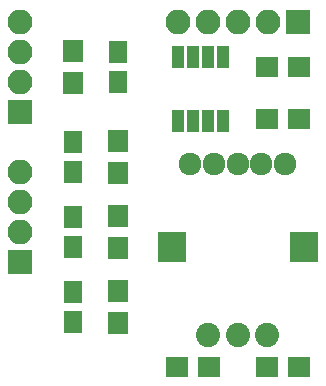
<source format=gbr>
G04 #@! TF.FileFunction,Soldermask,Top*
%FSLAX46Y46*%
G04 Gerber Fmt 4.6, Leading zero omitted, Abs format (unit mm)*
G04 Created by KiCad (PCBNEW 4.0.7) date Thursday, December 07, 2017 'PMt' 10:45:11 PM*
%MOMM*%
%LPD*%
G01*
G04 APERTURE LIST*
%ADD10C,0.100000*%
%ADD11R,1.650000X1.900000*%
%ADD12R,1.900000X1.700000*%
%ADD13R,1.700000X1.900000*%
%ADD14R,1.000000X1.950000*%
%ADD15C,1.924000*%
%ADD16C,2.050000*%
%ADD17R,2.400000X2.500000*%
%ADD18R,2.100000X2.100000*%
%ADD19O,2.100000X2.100000*%
G04 APERTURE END LIST*
D10*
D11*
X118110000Y-71775000D03*
X118110000Y-74275000D03*
X118110000Y-78125000D03*
X118110000Y-80625000D03*
D12*
X134540000Y-63500000D03*
X137240000Y-63500000D03*
D13*
X121920000Y-74375000D03*
X121920000Y-71675000D03*
X121920000Y-80725000D03*
X121920000Y-78025000D03*
D12*
X137240000Y-84455000D03*
X134540000Y-84455000D03*
X126920000Y-84455000D03*
X129620000Y-84455000D03*
D14*
X127000000Y-63660000D03*
X128270000Y-63660000D03*
X129540000Y-63660000D03*
X130810000Y-63660000D03*
X130810000Y-58260000D03*
X129540000Y-58260000D03*
X128270000Y-58260000D03*
X127000000Y-58260000D03*
D11*
X121920000Y-60305000D03*
X121920000Y-57805000D03*
X118110000Y-65425000D03*
X118110000Y-67925000D03*
D13*
X118110000Y-60405000D03*
X118110000Y-57705000D03*
D12*
X134540000Y-59055000D03*
X137240000Y-59055000D03*
D13*
X121920000Y-68025000D03*
X121920000Y-65325000D03*
D15*
X132080000Y-67295000D03*
X130080000Y-67295000D03*
X128080000Y-67295000D03*
X134080000Y-67295000D03*
X136080000Y-67295000D03*
D16*
X132080000Y-81795000D03*
X129580000Y-81795000D03*
X134580000Y-81795000D03*
D17*
X126480000Y-74295000D03*
X137680000Y-74295000D03*
D18*
X137160000Y-55245000D03*
D19*
X134620000Y-55245000D03*
X132080000Y-55245000D03*
X129540000Y-55245000D03*
X127000000Y-55245000D03*
D18*
X113665000Y-75565000D03*
D19*
X113665000Y-73025000D03*
X113665000Y-70485000D03*
X113665000Y-67945000D03*
D18*
X113665000Y-62865000D03*
D19*
X113665000Y-60325000D03*
X113665000Y-57785000D03*
X113665000Y-55245000D03*
M02*

</source>
